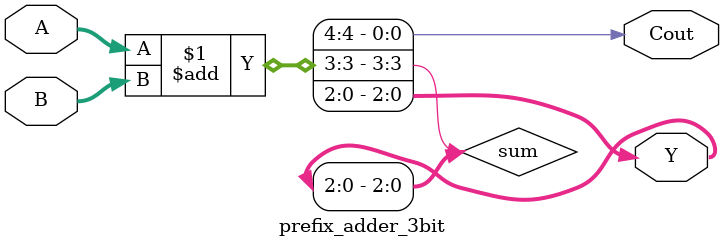
<source format=v>

module prefix_adder_3bit (
    input  wire [2:0] A,
    input  wire [2:0] B,
    output wire [2:0] Y,
    output wire       Cout
);
    wire [3:0] sum;
    assign {Cout, sum} = A + B;
    assign Y = sum[2:0];
endmodule

</source>
